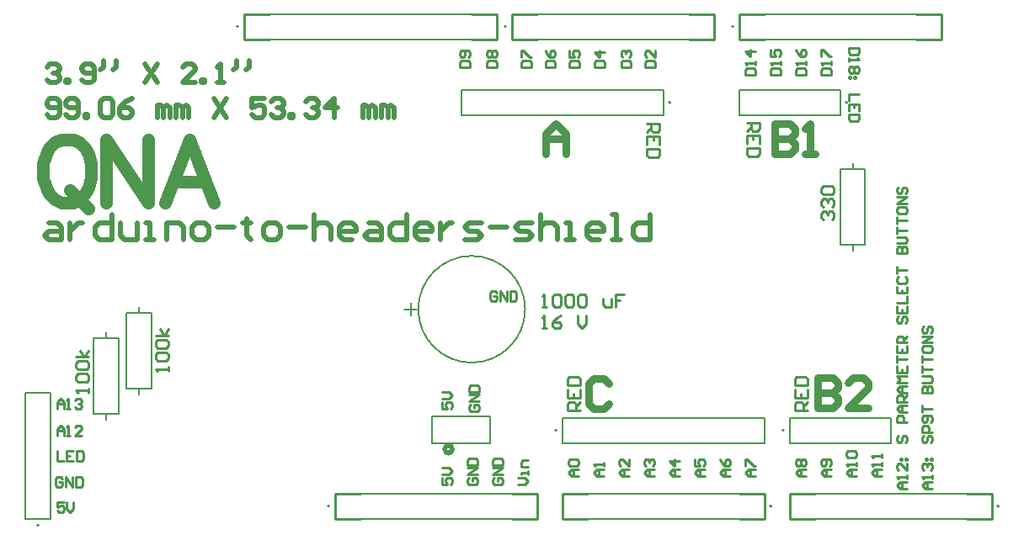
<source format=gbr>
%TF.GenerationSoftware,Altium Limited,Altium Designer,24.1.2 (44)*%
G04 Layer_Color=65535*
%FSLAX45Y45*%
%MOMM*%
%TF.SameCoordinates,7D1D8A4D-2C7A-4F71-9711-01752012572A*%
%TF.FilePolarity,Positive*%
%TF.FileFunction,Legend,Top*%
%TF.Part,Single*%
G01*
G75*
%TA.AperFunction,NonConductor*%
%ADD19C,0.15240*%
%ADD20C,0.20000*%
%ADD21C,0.50800*%
%ADD22C,0.25400*%
%ADD23C,0.76200*%
%ADD24C,1.27000*%
D19*
X5087810Y2235200D02*
G03*
X5087810Y2235200I-537210J0D01*
G01*
X3937190Y2171700D02*
Y2298700D01*
X3873690Y2235200D02*
X4000690D01*
X4152900Y889000D02*
X4737100D01*
Y1155700D01*
X4152900D02*
X4737100D01*
X4152900Y889000D02*
Y1155700D01*
D20*
X200500Y62000D02*
G03*
X200500Y62000I-10000J0D01*
G01*
X9854000Y254000D02*
G03*
X9854000Y254000I-10000J0D01*
G01*
X7184000Y5080000D02*
G03*
X7184000Y5080000I-10000J0D01*
G01*
X7568000Y254000D02*
G03*
X7568000Y254000I-10000J0D01*
G01*
X8330000Y4318000D02*
G03*
X8330000Y4318000I-10000J0D01*
G01*
X7692000Y1016000D02*
G03*
X7692000Y1016000I-10000J0D01*
G01*
X5406000D02*
G03*
X5406000Y1016000I-10000J0D01*
G01*
X6552000Y4318000D02*
G03*
X6552000Y4318000I-10000J0D01*
G01*
X3120000Y254000D02*
G03*
X3120000Y254000I-10000J0D01*
G01*
X4898000Y5080000D02*
G03*
X4898000Y5080000I-10000J0D01*
G01*
X2205600D02*
G03*
X2205600Y5080000I-10000J0D01*
G01*
X317500Y127000D02*
Y1397000D01*
X63500Y127000D02*
Y1397000D01*
X317500D01*
X63500Y127000D02*
X317500D01*
X7747000Y381000D02*
X9779000D01*
X7747000Y127000D02*
X9779000D01*
X7747000D02*
Y381000D01*
X9779000Y127000D02*
Y381000D01*
X7239000Y4953000D02*
X9271000D01*
X7239000Y5207000D02*
X9271000D01*
Y4953000D02*
Y5207000D01*
X7239000Y4953000D02*
Y5207000D01*
X5461000Y381000D02*
X7493000D01*
X5461000Y127000D02*
X7493000D01*
X5461000D02*
Y381000D01*
X7493000Y127000D02*
Y381000D01*
X1206500Y2197100D02*
Y2258600D01*
Y1373600D02*
Y1435100D01*
X1081500D02*
X1331500D01*
Y2197100D01*
X1081500D02*
X1331500D01*
X1081500Y1435100D02*
Y2197100D01*
X8255000Y4191000D02*
Y4445000D01*
X7239000Y4191000D02*
Y4445000D01*
Y4191000D02*
X8255000D01*
X7239000Y4445000D02*
X8255000D01*
X7747000Y889000D02*
Y1143000D01*
X8763000Y889000D02*
Y1143000D01*
X7747000D02*
X8763000D01*
X7747000Y889000D02*
X8763000D01*
X5461000D02*
X7493000D01*
X5461000Y1143000D02*
X7493000D01*
Y889000D02*
Y1143000D01*
X5461000Y889000D02*
Y1143000D01*
X4445000Y4445000D02*
X6477000D01*
X4445000Y4191000D02*
X6477000D01*
X4445000D02*
Y4445000D01*
X6477000Y4191000D02*
Y4445000D01*
X3175000Y127000D02*
X5207000D01*
X3175000Y381000D02*
X5207000D01*
Y127000D02*
Y381000D01*
X3175000Y127000D02*
Y381000D01*
X751300Y1181100D02*
Y1943100D01*
X1001300D01*
Y1181100D02*
Y1943100D01*
X751300Y1181100D02*
X1001300D01*
X876300Y1119600D02*
Y1181100D01*
Y1943100D02*
Y2004600D01*
X8257000Y2882900D02*
Y3644900D01*
X8507000D01*
Y2882900D02*
Y3644900D01*
X8257000Y2882900D02*
X8507000D01*
X8382000Y2821400D02*
Y2882900D01*
Y3644900D02*
Y3706400D01*
X4953000Y4953000D02*
Y5207000D01*
X6985000Y4953000D02*
Y5207000D01*
X4953000D02*
X6985000D01*
X4953000Y4953000D02*
X6985000D01*
X2260600D02*
X4800600D01*
X2260600Y5207000D02*
X4800600D01*
Y4953000D02*
Y5207000D01*
X2260600Y4953000D02*
Y5207000D01*
D21*
X4356100Y825500D02*
G03*
X4356100Y825500I-38100J0D01*
G01*
X296320Y3102979D02*
X380959D01*
X423279Y3060659D01*
Y2933700D01*
X296320D01*
X254000Y2976020D01*
X296320Y3018339D01*
X423279D01*
X507918Y3102979D02*
Y2933700D01*
Y3018339D01*
X550238Y3060659D01*
X592557Y3102979D01*
X634877D01*
X931114Y3187618D02*
Y2933700D01*
X804156D01*
X761836Y2976020D01*
Y3060659D01*
X804156Y3102979D01*
X931114D01*
X1015754D02*
Y2976020D01*
X1058074Y2933700D01*
X1185032D01*
Y3102979D01*
X1269672Y2933700D02*
X1354311D01*
X1311992D01*
Y3102979D01*
X1269672D01*
X1481270Y2933700D02*
Y3102979D01*
X1608229D01*
X1650549Y3060659D01*
Y2933700D01*
X1777508D02*
X1862147D01*
X1904467Y2976020D01*
Y3060659D01*
X1862147Y3102979D01*
X1777508D01*
X1735188Y3060659D01*
Y2976020D01*
X1777508Y2933700D01*
X1989106Y3060659D02*
X2158385D01*
X2285344Y3145298D02*
Y3102979D01*
X2243024D01*
X2327663D01*
X2285344D01*
Y2976020D01*
X2327663Y2933700D01*
X2496942D02*
X2581581D01*
X2623901Y2976020D01*
Y3060659D01*
X2581581Y3102979D01*
X2496942D01*
X2454622Y3060659D01*
Y2976020D01*
X2496942Y2933700D01*
X2708540Y3060659D02*
X2877819D01*
X2962458Y3187618D02*
Y2933700D01*
Y3060659D01*
X3004778Y3102979D01*
X3089417D01*
X3131737Y3060659D01*
Y2933700D01*
X3343335D02*
X3258696D01*
X3216376Y2976020D01*
Y3060659D01*
X3258696Y3102979D01*
X3343335D01*
X3385655Y3060659D01*
Y3018339D01*
X3216376D01*
X3512614Y3102979D02*
X3597253D01*
X3639573Y3060659D01*
Y2933700D01*
X3512614D01*
X3470294Y2976020D01*
X3512614Y3018339D01*
X3639573D01*
X3893491Y3187618D02*
Y2933700D01*
X3766532D01*
X3724212Y2976020D01*
Y3060659D01*
X3766532Y3102979D01*
X3893491D01*
X4105089Y2933700D02*
X4020450D01*
X3978130Y2976020D01*
Y3060659D01*
X4020450Y3102979D01*
X4105089D01*
X4147409Y3060659D01*
Y3018339D01*
X3978130D01*
X4232048Y3102979D02*
Y2933700D01*
Y3018339D01*
X4274368Y3060659D01*
X4316687Y3102979D01*
X4359007D01*
X4485966Y2933700D02*
X4612925D01*
X4655244Y2976020D01*
X4612925Y3018339D01*
X4528286D01*
X4485966Y3060659D01*
X4528286Y3102979D01*
X4655244D01*
X4739884Y3060659D02*
X4909162D01*
X4993802Y2933700D02*
X5120761D01*
X5163080Y2976020D01*
X5120761Y3018339D01*
X5036121D01*
X4993802Y3060659D01*
X5036121Y3102979D01*
X5163080D01*
X5247720Y3187618D02*
Y2933700D01*
Y3060659D01*
X5290039Y3102979D01*
X5374679D01*
X5416998Y3060659D01*
Y2933700D01*
X5501638D02*
X5586277D01*
X5543957D01*
Y3102979D01*
X5501638D01*
X5840195Y2933700D02*
X5755556D01*
X5713236Y2976020D01*
Y3060659D01*
X5755556Y3102979D01*
X5840195D01*
X5882515Y3060659D01*
Y3018339D01*
X5713236D01*
X5967154Y2933700D02*
X6051793D01*
X6009474D01*
Y3187618D01*
X5967154D01*
X6348031D02*
Y2933700D01*
X6221072D01*
X6178752Y2976020D01*
Y3060659D01*
X6221072Y3102979D01*
X6348031D01*
X279400Y4674745D02*
X311140Y4706485D01*
X374619D01*
X406359Y4674745D01*
Y4643005D01*
X374619Y4611266D01*
X342879D01*
X374619D01*
X406359Y4579526D01*
Y4547786D01*
X374619Y4516046D01*
X311140D01*
X279400Y4547786D01*
X469839Y4516046D02*
Y4547786D01*
X501578D01*
Y4516046D01*
X469839D01*
X628537Y4547786D02*
X660277Y4516046D01*
X723756D01*
X755496Y4547786D01*
Y4674745D01*
X723756Y4706485D01*
X660277D01*
X628537Y4674745D01*
Y4643005D01*
X660277Y4611266D01*
X755496D01*
X850716Y4738224D02*
Y4674745D01*
X818976Y4643005D01*
X977674Y4738224D02*
Y4674745D01*
X945935Y4643005D01*
X1263332Y4706485D02*
X1390291Y4516046D01*
Y4706485D02*
X1263332Y4516046D01*
X1771168D02*
X1644209D01*
X1771168Y4643005D01*
Y4674745D01*
X1739428Y4706485D01*
X1675949D01*
X1644209Y4674745D01*
X1834648Y4516046D02*
Y4547786D01*
X1866387D01*
Y4516046D01*
X1834648D01*
X1993346D02*
X2056826D01*
X2025086D01*
Y4706485D01*
X1993346Y4674745D01*
X2183785Y4738224D02*
Y4674745D01*
X2152045Y4643005D01*
X2310744Y4738224D02*
Y4674745D01*
X2279004Y4643005D01*
X279400Y4197340D02*
X311140Y4165600D01*
X374619D01*
X406359Y4197340D01*
Y4324299D01*
X374619Y4356039D01*
X311140D01*
X279400Y4324299D01*
Y4292559D01*
X311140Y4260819D01*
X406359D01*
X469839Y4197340D02*
X501578Y4165600D01*
X565058D01*
X596797Y4197340D01*
Y4324299D01*
X565058Y4356039D01*
X501578D01*
X469839Y4324299D01*
Y4292559D01*
X501578Y4260819D01*
X596797D01*
X660277Y4165600D02*
Y4197340D01*
X692017D01*
Y4165600D01*
X660277D01*
X818976Y4324299D02*
X850716Y4356039D01*
X914195D01*
X945935Y4324299D01*
Y4197340D01*
X914195Y4165600D01*
X850716D01*
X818976Y4197340D01*
Y4324299D01*
X1136373Y4356039D02*
X1072894Y4324299D01*
X1009414Y4260819D01*
Y4197340D01*
X1041154Y4165600D01*
X1104634D01*
X1136373Y4197340D01*
Y4229079D01*
X1104634Y4260819D01*
X1009414D01*
X1390291Y4165600D02*
Y4292559D01*
X1422031D01*
X1453771Y4260819D01*
Y4165600D01*
Y4260819D01*
X1485511Y4292559D01*
X1517250Y4260819D01*
Y4165600D01*
X1580730D02*
Y4292559D01*
X1612470D01*
X1644209Y4260819D01*
Y4165600D01*
Y4260819D01*
X1675949Y4292559D01*
X1707689Y4260819D01*
Y4165600D01*
X1961607Y4356039D02*
X2088566Y4165600D01*
Y4356039D02*
X1961607Y4165600D01*
X2469443Y4356039D02*
X2342484D01*
Y4260819D01*
X2405963Y4292559D01*
X2437703D01*
X2469443Y4260819D01*
Y4197340D01*
X2437703Y4165600D01*
X2374224D01*
X2342484Y4197340D01*
X2532923Y4324299D02*
X2564662Y4356039D01*
X2628142D01*
X2659881Y4324299D01*
Y4292559D01*
X2628142Y4260819D01*
X2596402D01*
X2628142D01*
X2659881Y4229079D01*
Y4197340D01*
X2628142Y4165600D01*
X2564662D01*
X2532923Y4197340D01*
X2723361Y4165600D02*
Y4197340D01*
X2755101D01*
Y4165600D01*
X2723361D01*
X2882060Y4324299D02*
X2913800Y4356039D01*
X2977279D01*
X3009019Y4324299D01*
Y4292559D01*
X2977279Y4260819D01*
X2945539D01*
X2977279D01*
X3009019Y4229079D01*
Y4197340D01*
X2977279Y4165600D01*
X2913800D01*
X2882060Y4197340D01*
X3167718Y4165600D02*
Y4356039D01*
X3072498Y4260819D01*
X3199457D01*
X3453375Y4165600D02*
Y4292559D01*
X3485115D01*
X3516855Y4260819D01*
Y4165600D01*
Y4260819D01*
X3548595Y4292559D01*
X3580334Y4260819D01*
Y4165600D01*
X3643814D02*
Y4292559D01*
X3675554D01*
X3707293Y4260819D01*
Y4165600D01*
Y4260819D01*
X3739033Y4292559D01*
X3770773Y4260819D01*
Y4165600D01*
D22*
X9017000Y4953000D02*
X9271000D01*
X9017000Y5207000D02*
X9271000D01*
X7239000D02*
X7493000D01*
X7239000Y4953000D02*
X7493000D01*
X2260600Y5207000D02*
X2514600D01*
X2260600Y4953000D02*
X2514600D01*
X4546600D02*
X4800600D01*
X4546600Y5207000D02*
X4800600D01*
X6731000Y4953000D02*
X6985000D01*
X6731000Y5207000D02*
X6985000D01*
X4953000Y4953000D02*
X5207000D01*
X4953000Y5207000D02*
X5207000D01*
X4953000Y127000D02*
X5207000D01*
X4953000Y381000D02*
X5207000D01*
X3175000D02*
X3429000D01*
X3175000Y127000D02*
X3429000D01*
X9525000D02*
X9779000D01*
X9525000Y381000D02*
X9779000D01*
X7747000Y127000D02*
X8001000D01*
X7747000Y381000D02*
X8001000D01*
X5461000Y127000D02*
X5715000D01*
X5461000Y381000D02*
X5715000D01*
X7239000Y127000D02*
X7493000D01*
X7239000Y381000D02*
X7493000D01*
X9779000Y127000D02*
Y381000D01*
X7747000Y127000D02*
Y381000D01*
X9271000Y4953000D02*
Y5207000D01*
X7239000Y4953000D02*
Y5207000D01*
X6985000Y4953000D02*
Y5207000D01*
X4953000Y4953000D02*
Y5207000D01*
X4800600Y4953000D02*
Y5207000D01*
X2260600Y4953000D02*
Y5207000D01*
X3175000Y127000D02*
Y381000D01*
X5207000Y127000D02*
Y381000D01*
X7493000Y127000D02*
Y381000D01*
X5461000Y127000D02*
Y381000D01*
X7924800Y1219200D02*
X7797841D01*
Y1282679D01*
X7819001Y1303839D01*
X7861321D01*
X7882480Y1282679D01*
Y1219200D01*
Y1261520D02*
X7924800Y1303839D01*
X7797841Y1430798D02*
Y1346159D01*
X7924800D01*
Y1430798D01*
X7861321Y1346159D02*
Y1388479D01*
X7797841Y1473118D02*
X7924800D01*
Y1536597D01*
X7903640Y1557757D01*
X7819001D01*
X7797841Y1536597D01*
Y1473118D01*
X6642100Y558800D02*
X6575455D01*
X6542132Y592123D01*
X6575455Y625445D01*
X6642100D01*
X6592116D01*
Y558800D01*
X6642100Y708752D02*
X6542132D01*
X6592116Y658768D01*
Y725413D01*
X4802107Y2400806D02*
X4785446Y2417468D01*
X4752123D01*
X4735462Y2400806D01*
Y2334161D01*
X4752123Y2317500D01*
X4785446D01*
X4802107Y2334161D01*
Y2367484D01*
X4768784D01*
X4835429Y2317500D02*
Y2417468D01*
X4902075Y2317500D01*
Y2417468D01*
X4935397D02*
Y2317500D01*
X4985381D01*
X5002042Y2334161D01*
Y2400806D01*
X4985381Y2417468D01*
X4935397D01*
X8674099Y558801D02*
X8607454D01*
X8574132Y592123D01*
X8607454Y625446D01*
X8674099D01*
X8624116D01*
Y558801D01*
X8674099Y658768D02*
Y692091D01*
Y675430D01*
X8574132D01*
X8590793Y658768D01*
X8674099Y742075D02*
Y775397D01*
Y758736D01*
X8574132D01*
X8590793Y742075D01*
X9182100Y431800D02*
X9115455D01*
X9082132Y465123D01*
X9115455Y498445D01*
X9182100D01*
X9132116D01*
Y431800D01*
X9182100Y531768D02*
Y565090D01*
Y548429D01*
X9082132D01*
X9098794Y531768D01*
Y615074D02*
X9082132Y631736D01*
Y665058D01*
X9098794Y681719D01*
X9115455D01*
X9132116Y665058D01*
Y648397D01*
Y665058D01*
X9148777Y681719D01*
X9165439D01*
X9182100Y665058D01*
Y631736D01*
X9165439Y615074D01*
X9115455Y715042D02*
Y731703D01*
X9132116D01*
Y715042D01*
X9115455D01*
X9165439D02*
Y731703D01*
X9182100D01*
Y715042D01*
X9165439D01*
X9098794Y964961D02*
X9082132Y948300D01*
Y914978D01*
X9098794Y898316D01*
X9115455D01*
X9132116Y914978D01*
Y948300D01*
X9148777Y964961D01*
X9165439D01*
X9182100Y948300D01*
Y914978D01*
X9165439Y898316D01*
X9182100Y998284D02*
X9082132D01*
Y1048268D01*
X9098794Y1064929D01*
X9132116D01*
X9148777Y1048268D01*
Y998284D01*
X9165439Y1098252D02*
X9182100Y1114913D01*
Y1148236D01*
X9165439Y1164897D01*
X9098794D01*
X9082132Y1148236D01*
Y1114913D01*
X9098794Y1098252D01*
X9115455D01*
X9132116Y1114913D01*
Y1164897D01*
X9082132Y1198220D02*
Y1264865D01*
Y1231542D01*
X9182100D01*
X9082132Y1398155D02*
X9182100D01*
Y1448139D01*
X9165439Y1464800D01*
X9148777D01*
X9132116Y1448139D01*
Y1398155D01*
Y1448139D01*
X9115455Y1464800D01*
X9098794D01*
X9082132Y1448139D01*
Y1398155D01*
Y1498123D02*
X9165439D01*
X9182100Y1514784D01*
Y1548107D01*
X9165439Y1564768D01*
X9082132D01*
Y1598091D02*
Y1664736D01*
Y1631413D01*
X9182100D01*
X9082132Y1698059D02*
Y1764704D01*
Y1731381D01*
X9182100D01*
X9082132Y1848010D02*
Y1814688D01*
X9098794Y1798026D01*
X9165439D01*
X9182100Y1814688D01*
Y1848010D01*
X9165439Y1864671D01*
X9098794D01*
X9082132Y1848010D01*
X9182100Y1897994D02*
X9082132D01*
X9182100Y1964639D01*
X9082132D01*
X9098794Y2064607D02*
X9082132Y2047946D01*
Y2014623D01*
X9098794Y1997962D01*
X9115455D01*
X9132116Y2014623D01*
Y2047946D01*
X9148777Y2064607D01*
X9165439D01*
X9182100Y2047946D01*
Y2014623D01*
X9165439Y1997962D01*
X381000Y965200D02*
Y1031845D01*
X414323Y1065168D01*
X447645Y1031845D01*
Y965200D01*
Y1015184D01*
X381000D01*
X480968Y965200D02*
X514290D01*
X497629D01*
Y1065168D01*
X480968Y1048506D01*
X630919Y965200D02*
X564274D01*
X630919Y1031845D01*
Y1048506D01*
X614258Y1065168D01*
X580936D01*
X564274Y1048506D01*
X5531878Y4671582D02*
X5631845D01*
Y4721566D01*
X5615184Y4738227D01*
X5548539D01*
X5531878Y4721566D01*
Y4671582D01*
Y4838195D02*
Y4771550D01*
X5581862D01*
X5565200Y4804872D01*
Y4821533D01*
X5581862Y4838195D01*
X5615184D01*
X5631845Y4821533D01*
Y4788211D01*
X5615184Y4771550D01*
X5018132Y469900D02*
X5084777D01*
X5118100Y503223D01*
X5084777Y536545D01*
X5018132D01*
X5118100Y569868D02*
Y603190D01*
Y586529D01*
X5051455D01*
Y569868D01*
X5118100Y653174D02*
X5051455D01*
Y703158D01*
X5068116Y719819D01*
X5118100D01*
X381000Y811168D02*
Y711200D01*
X447645D01*
X547613Y811168D02*
X480968D01*
Y711200D01*
X547613D01*
X480968Y761184D02*
X514290D01*
X580936Y811168D02*
Y711200D01*
X630919D01*
X647581Y727861D01*
Y794506D01*
X630919Y811168D01*
X580936D01*
X5785878Y4671582D02*
X5885845D01*
Y4721566D01*
X5869184Y4738227D01*
X5802539D01*
X5785878Y4721566D01*
Y4671582D01*
X5885845Y4821533D02*
X5785878D01*
X5835862Y4771550D01*
Y4838195D01*
X5880100Y558800D02*
X5813455D01*
X5780132Y592123D01*
X5813455Y625445D01*
X5880100D01*
X5830116D01*
Y558800D01*
X5880100Y658768D02*
Y692090D01*
Y675429D01*
X5780132D01*
X5796794Y658768D01*
X4526794Y536545D02*
X4510132Y519884D01*
Y486561D01*
X4526794Y469900D01*
X4593439D01*
X4610100Y486561D01*
Y519884D01*
X4593439Y536545D01*
X4560116D01*
Y503223D01*
X4610100Y569868D02*
X4510132D01*
X4610100Y636513D01*
X4510132D01*
Y669836D02*
X4610100D01*
Y719819D01*
X4593439Y736481D01*
X4526794D01*
X4510132Y719819D01*
Y669836D01*
X4256132Y536545D02*
Y469900D01*
X4306116D01*
X4289455Y503223D01*
Y519884D01*
X4306116Y536545D01*
X4339439D01*
X4356100Y519884D01*
Y486561D01*
X4339439Y469900D01*
X4256132Y569868D02*
X4322777D01*
X4356100Y603190D01*
X4322777Y636513D01*
X4256132D01*
X6388100Y558800D02*
X6321455D01*
X6288132Y592123D01*
X6321455Y625445D01*
X6388100D01*
X6338116D01*
Y558800D01*
X6304794Y658768D02*
X6288132Y675429D01*
Y708752D01*
X6304794Y725413D01*
X6321455D01*
X6338116Y708752D01*
Y692090D01*
Y708752D01*
X6354777Y725413D01*
X6371439D01*
X6388100Y708752D01*
Y675429D01*
X6371439Y658768D01*
X4433932Y4673600D02*
X4533900D01*
Y4723584D01*
X4517239Y4740245D01*
X4450594D01*
X4433932Y4723584D01*
Y4673600D01*
X4517239Y4773568D02*
X4533900Y4790229D01*
Y4823552D01*
X4517239Y4840213D01*
X4450594D01*
X4433932Y4823552D01*
Y4790229D01*
X4450594Y4773568D01*
X4467255D01*
X4483916Y4790229D01*
Y4840213D01*
X4256132Y1298545D02*
Y1231900D01*
X4306116D01*
X4289455Y1265223D01*
Y1281884D01*
X4306116Y1298545D01*
X4339439D01*
X4356100Y1281884D01*
Y1248561D01*
X4339439Y1231900D01*
X4256132Y1331868D02*
X4322777D01*
X4356100Y1365190D01*
X4322777Y1398513D01*
X4256132D01*
X5290578Y4671582D02*
X5390545D01*
Y4721566D01*
X5373884Y4738227D01*
X5307239D01*
X5290578Y4721566D01*
Y4671582D01*
Y4838195D02*
X5307239Y4804872D01*
X5340562Y4771550D01*
X5373884D01*
X5390545Y4788211D01*
Y4821533D01*
X5373884Y4838195D01*
X5357223D01*
X5340562Y4821533D01*
Y4771550D01*
X8066132Y4597400D02*
X8166100D01*
Y4647384D01*
X8149439Y4664045D01*
X8082794D01*
X8066132Y4647384D01*
Y4597400D01*
X8166100Y4697368D02*
Y4730690D01*
Y4714029D01*
X8066132D01*
X8082794Y4697368D01*
X8066132Y4780674D02*
Y4847319D01*
X8082794D01*
X8149439Y4780674D01*
X8166100D01*
X6134100Y558800D02*
X6067455D01*
X6034132Y592123D01*
X6067455Y625445D01*
X6134100D01*
X6084116D01*
Y558800D01*
X6134100Y725413D02*
Y658768D01*
X6067455Y725413D01*
X6050794D01*
X6034132Y708752D01*
Y675429D01*
X6050794Y658768D01*
X7315200Y4114800D02*
X7442159D01*
Y4051321D01*
X7420999Y4030161D01*
X7378679D01*
X7357520Y4051321D01*
Y4114800D01*
Y4072480D02*
X7315200Y4030161D01*
X7442159Y3903202D02*
Y3987841D01*
X7315200D01*
Y3903202D01*
X7378679Y3987841D02*
Y3945521D01*
X7442159Y3860882D02*
X7315200D01*
Y3797403D01*
X7336360Y3776243D01*
X7420999D01*
X7442159Y3797403D01*
Y3860882D01*
X8928100Y431800D02*
X8861455D01*
X8828132Y465123D01*
X8861455Y498445D01*
X8928100D01*
X8878116D01*
Y431800D01*
X8928100Y531768D02*
Y565090D01*
Y548429D01*
X8828132D01*
X8844794Y531768D01*
X8928100Y681719D02*
Y615074D01*
X8861455Y681719D01*
X8844794D01*
X8828132Y665058D01*
Y631736D01*
X8844794Y615074D01*
X8861455Y715042D02*
Y731703D01*
X8878116D01*
Y715042D01*
X8861455D01*
X8911439D02*
Y731703D01*
X8928100D01*
Y715042D01*
X8911439D01*
X8844794Y964961D02*
X8828132Y948300D01*
Y914978D01*
X8844794Y898316D01*
X8861455D01*
X8878116Y914978D01*
Y948300D01*
X8894777Y964961D01*
X8911439D01*
X8928100Y948300D01*
Y914978D01*
X8911439Y898316D01*
X8928100Y1098252D02*
X8828132D01*
Y1148236D01*
X8844794Y1164897D01*
X8878116D01*
X8894777Y1148236D01*
Y1098252D01*
X8928100Y1198220D02*
X8861455D01*
X8828132Y1231542D01*
X8861455Y1264865D01*
X8928100D01*
X8878116D01*
Y1198220D01*
X8928100Y1298187D02*
X8828132D01*
Y1348171D01*
X8844794Y1364832D01*
X8878116D01*
X8894777Y1348171D01*
Y1298187D01*
Y1331510D02*
X8928100Y1364832D01*
Y1398155D02*
X8861455D01*
X8828132Y1431478D01*
X8861455Y1464800D01*
X8928100D01*
X8878116D01*
Y1398155D01*
X8928100Y1498123D02*
X8828132D01*
X8861455Y1531446D01*
X8828132Y1564768D01*
X8928100D01*
X8828132Y1664736D02*
Y1598091D01*
X8928100D01*
Y1664736D01*
X8878116Y1598091D02*
Y1631413D01*
X8828132Y1698059D02*
Y1764704D01*
Y1731381D01*
X8928100D01*
X8828132Y1864671D02*
Y1798026D01*
X8928100D01*
Y1864671D01*
X8878116Y1798026D02*
Y1831349D01*
X8928100Y1897994D02*
X8828132D01*
Y1947978D01*
X8844794Y1964639D01*
X8878116D01*
X8894777Y1947978D01*
Y1897994D01*
Y1931317D02*
X8928100Y1964639D01*
X8844794Y2164575D02*
X8828132Y2147914D01*
Y2114591D01*
X8844794Y2097930D01*
X8861455D01*
X8878116Y2114591D01*
Y2147914D01*
X8894777Y2164575D01*
X8911439D01*
X8928100Y2147914D01*
Y2114591D01*
X8911439Y2097930D01*
X8828132Y2264543D02*
Y2197898D01*
X8928100D01*
Y2264543D01*
X8878116Y2197898D02*
Y2231220D01*
X8828132Y2297865D02*
X8928100D01*
Y2364510D01*
X8828132Y2464478D02*
Y2397833D01*
X8928100D01*
Y2464478D01*
X8878116Y2397833D02*
Y2431156D01*
X8844794Y2564446D02*
X8828132Y2547785D01*
Y2514462D01*
X8844794Y2497801D01*
X8911439D01*
X8928100Y2514462D01*
Y2547785D01*
X8911439Y2564446D01*
X8828132Y2597769D02*
Y2664414D01*
Y2631091D01*
X8928100D01*
X8828132Y2797704D02*
X8928100D01*
Y2847688D01*
X8911439Y2864349D01*
X8894777D01*
X8878116Y2847688D01*
Y2797704D01*
Y2847688D01*
X8861455Y2864349D01*
X8844794D01*
X8828132Y2847688D01*
Y2797704D01*
Y2897672D02*
X8911439D01*
X8928100Y2914334D01*
Y2947656D01*
X8911439Y2964317D01*
X8828132D01*
Y2997640D02*
Y3064285D01*
Y3030962D01*
X8928100D01*
X8828132Y3097608D02*
Y3164253D01*
Y3130930D01*
X8928100D01*
X8828132Y3247559D02*
Y3214237D01*
X8844794Y3197576D01*
X8911439D01*
X8928100Y3214237D01*
Y3247559D01*
X8911439Y3264221D01*
X8844794D01*
X8828132Y3247559D01*
X8928100Y3297543D02*
X8828132D01*
X8928100Y3364188D01*
X8828132D01*
X8844794Y3464156D02*
X8828132Y3447495D01*
Y3414172D01*
X8844794Y3397511D01*
X8861455D01*
X8878116Y3414172D01*
Y3447495D01*
X8894777Y3464156D01*
X8911439D01*
X8928100Y3447495D01*
Y3414172D01*
X8911439Y3397511D01*
X381000Y1231900D02*
Y1298545D01*
X414323Y1331868D01*
X447645Y1298545D01*
Y1231900D01*
Y1281884D01*
X381000D01*
X480968Y1231900D02*
X514290D01*
X497629D01*
Y1331868D01*
X480968Y1315206D01*
X564274D02*
X580936Y1331868D01*
X614258D01*
X630919Y1315206D01*
Y1298545D01*
X614258Y1281884D01*
X597597D01*
X614258D01*
X630919Y1265223D01*
Y1248561D01*
X614258Y1231900D01*
X580936D01*
X564274Y1248561D01*
X7912100Y558800D02*
X7845455D01*
X7812132Y592123D01*
X7845455Y625445D01*
X7912100D01*
X7862116D01*
Y558800D01*
X7828794Y658768D02*
X7812132Y675429D01*
Y708752D01*
X7828794Y725413D01*
X7845455D01*
X7862116Y708752D01*
X7878777Y725413D01*
X7895439D01*
X7912100Y708752D01*
Y675429D01*
X7895439Y658768D01*
X7878777D01*
X7862116Y675429D01*
X7845455Y658768D01*
X7828794D01*
X7862116Y675429D02*
Y708752D01*
X8443868Y4864100D02*
X8343900D01*
Y4814116D01*
X8360561Y4797455D01*
X8427206D01*
X8443868Y4814116D01*
Y4864100D01*
X8343900Y4764132D02*
Y4730810D01*
Y4747471D01*
X8443868D01*
X8427206Y4764132D01*
Y4680826D02*
X8443868Y4664164D01*
Y4630842D01*
X8427206Y4614181D01*
X8410545D01*
X8393884Y4630842D01*
X8377223Y4614181D01*
X8360561D01*
X8343900Y4630842D01*
Y4664164D01*
X8360561Y4680826D01*
X8377223D01*
X8393884Y4664164D01*
X8410545Y4680826D01*
X8427206D01*
X8393884Y4664164D02*
Y4630842D01*
X8410545Y4580858D02*
Y4564197D01*
X8393884D01*
Y4580858D01*
X8410545D01*
X8360561D02*
Y4564197D01*
X8343900D01*
Y4580858D01*
X8360561D01*
X8443868Y4397584D02*
X8343900D01*
Y4330939D01*
X8443868Y4230971D02*
Y4297616D01*
X8343900D01*
Y4230971D01*
X8393884Y4297616D02*
Y4264293D01*
X8443868Y4197648D02*
X8343900D01*
Y4147664D01*
X8360561Y4131003D01*
X8427206D01*
X8443868Y4147664D01*
Y4197648D01*
X7150100Y558800D02*
X7083455D01*
X7050132Y592123D01*
X7083455Y625445D01*
X7150100D01*
X7100116D01*
Y558800D01*
X7050132Y725413D02*
X7066794Y692090D01*
X7100116Y658768D01*
X7133439D01*
X7150100Y675429D01*
Y708752D01*
X7133439Y725413D01*
X7116777D01*
X7100116Y708752D01*
Y658768D01*
X6293878Y4671582D02*
X6393845D01*
Y4721566D01*
X6377184Y4738227D01*
X6310539D01*
X6293878Y4721566D01*
Y4671582D01*
X6393845Y4838195D02*
Y4771550D01*
X6327200Y4838195D01*
X6310539D01*
X6293878Y4821533D01*
Y4788211D01*
X6310539Y4771550D01*
X8420100Y558800D02*
X8353455D01*
X8320132Y592123D01*
X8353455Y625445D01*
X8420100D01*
X8370116D01*
Y558800D01*
X8420100Y658768D02*
Y692090D01*
Y675429D01*
X8320132D01*
X8336794Y658768D01*
Y742074D02*
X8320132Y758736D01*
Y792058D01*
X8336794Y808719D01*
X8403439D01*
X8420100Y792058D01*
Y758736D01*
X8403439Y742074D01*
X8336794D01*
X6896100Y558800D02*
X6829455D01*
X6796132Y592123D01*
X6829455Y625445D01*
X6896100D01*
X6846116D01*
Y558800D01*
X6796132Y725413D02*
Y658768D01*
X6846116D01*
X6829455Y692090D01*
Y708752D01*
X6846116Y725413D01*
X6879439D01*
X6896100Y708752D01*
Y675429D01*
X6879439Y658768D01*
X6311900Y4102100D02*
X6438859D01*
Y4038621D01*
X6417699Y4017461D01*
X6375379D01*
X6354220Y4038621D01*
Y4102100D01*
Y4059780D02*
X6311900Y4017461D01*
X6438859Y3890502D02*
Y3975141D01*
X6311900D01*
Y3890502D01*
X6375379Y3975141D02*
Y3932821D01*
X6438859Y3848182D02*
X6311900D01*
Y3784703D01*
X6333060Y3763543D01*
X6417699D01*
X6438859Y3784703D01*
Y3848182D01*
X4539494Y1273145D02*
X4522832Y1256484D01*
Y1223161D01*
X4539494Y1206500D01*
X4606139D01*
X4622800Y1223161D01*
Y1256484D01*
X4606139Y1273145D01*
X4572816D01*
Y1239823D01*
X4622800Y1306468D02*
X4522832D01*
X4622800Y1373113D01*
X4522832D01*
Y1406436D02*
X4622800D01*
Y1456419D01*
X4606139Y1473081D01*
X4539494D01*
X4522832Y1456419D01*
Y1406436D01*
X698499Y1397001D02*
Y1439320D01*
Y1418160D01*
X571541D01*
X592700Y1397001D01*
Y1502800D02*
X571541Y1523959D01*
Y1566279D01*
X592700Y1587439D01*
X677340D01*
X698499Y1566279D01*
Y1523959D01*
X677340Y1502800D01*
X592700D01*
Y1629758D02*
X571541Y1650918D01*
Y1693238D01*
X592700Y1714398D01*
X677340D01*
X698499Y1693238D01*
Y1650918D01*
X677340Y1629758D01*
X592700D01*
X698499Y1756717D02*
X571541D01*
X656180D02*
X613860Y1820197D01*
X656180Y1756717D02*
X698499Y1820197D01*
X5257800Y2258011D02*
X5300120D01*
X5278960D01*
Y2384970D01*
X5257800Y2363810D01*
X5363599D02*
X5384759Y2384970D01*
X5427079D01*
X5448239Y2363810D01*
Y2279170D01*
X5427079Y2258011D01*
X5384759D01*
X5363599Y2279170D01*
Y2363810D01*
X5490558D02*
X5511718Y2384970D01*
X5554037D01*
X5575197Y2363810D01*
Y2279170D01*
X5554037Y2258011D01*
X5511718D01*
X5490558Y2279170D01*
Y2363810D01*
X5617517D02*
X5638677Y2384970D01*
X5680996D01*
X5702156Y2363810D01*
Y2279170D01*
X5680996Y2258011D01*
X5638677D01*
X5617517Y2279170D01*
Y2363810D01*
X5871435Y2342650D02*
Y2279170D01*
X5892594Y2258011D01*
X5956074D01*
Y2342650D01*
X6083033Y2384970D02*
X5998393D01*
Y2321490D01*
X6040713D01*
X5998393D01*
Y2258011D01*
X5257800Y2044700D02*
X5300120D01*
X5278960D01*
Y2171659D01*
X5257800Y2150499D01*
X5448239Y2171659D02*
X5405919Y2150499D01*
X5363599Y2108179D01*
Y2065860D01*
X5384759Y2044700D01*
X5427079D01*
X5448239Y2065860D01*
Y2087020D01*
X5427079Y2108179D01*
X5363599D01*
X5617517Y2171659D02*
Y2087020D01*
X5659837Y2044700D01*
X5702156Y2087020D01*
Y2171659D01*
X447645Y290468D02*
X381000D01*
Y240484D01*
X414323Y257145D01*
X430984D01*
X447645Y240484D01*
Y207161D01*
X430984Y190500D01*
X397661D01*
X381000Y207161D01*
X480968Y290468D02*
Y223823D01*
X514290Y190500D01*
X547613Y223823D01*
Y290468D01*
X5638800Y1219200D02*
X5511841D01*
Y1282679D01*
X5533001Y1303839D01*
X5575321D01*
X5596480Y1282679D01*
Y1219200D01*
Y1261520D02*
X5638800Y1303839D01*
X5511841Y1430798D02*
Y1346159D01*
X5638800D01*
Y1430798D01*
X5575321Y1346159D02*
Y1388479D01*
X5511841Y1473118D02*
X5638800D01*
Y1536597D01*
X5617640Y1557757D01*
X5533001D01*
X5511841Y1536597D01*
Y1473118D01*
X4780794Y536545D02*
X4764132Y519884D01*
Y486561D01*
X4780794Y469900D01*
X4847439D01*
X4864100Y486561D01*
Y519884D01*
X4847439Y536545D01*
X4814116D01*
Y503223D01*
X4864100Y569868D02*
X4764132D01*
X4864100Y636513D01*
X4764132D01*
Y669836D02*
X4864100D01*
Y719819D01*
X4847439Y736481D01*
X4780794D01*
X4764132Y719819D01*
Y669836D01*
X5050499Y4671903D02*
X5150467D01*
Y4721887D01*
X5133805Y4738548D01*
X5067160D01*
X5050499Y4721887D01*
Y4671903D01*
Y4771871D02*
Y4838516D01*
X5067160D01*
X5133805Y4771871D01*
X5150467D01*
X434945Y527806D02*
X418284Y544468D01*
X384961D01*
X368300Y527806D01*
Y461161D01*
X384961Y444500D01*
X418284D01*
X434945Y461161D01*
Y494484D01*
X401623D01*
X468268Y444500D02*
Y544468D01*
X534913Y444500D01*
Y544468D01*
X568236D02*
Y444500D01*
X618219D01*
X634881Y461161D01*
Y527806D01*
X618219Y544468D01*
X568236D01*
X8085701Y3136900D02*
X8064541Y3158060D01*
Y3200379D01*
X8085701Y3221539D01*
X8106861D01*
X8128021Y3200379D01*
Y3179220D01*
Y3200379D01*
X8149180Y3221539D01*
X8170340D01*
X8191500Y3200379D01*
Y3158060D01*
X8170340Y3136900D01*
X8085701Y3263859D02*
X8064541Y3285019D01*
Y3327338D01*
X8085701Y3348498D01*
X8106861D01*
X8128021Y3327338D01*
Y3306179D01*
Y3327338D01*
X8149180Y3348498D01*
X8170340D01*
X8191500Y3327338D01*
Y3285019D01*
X8170340Y3263859D01*
X8085701Y3390818D02*
X8064541Y3411977D01*
Y3454297D01*
X8085701Y3475457D01*
X8170340D01*
X8191500Y3454297D01*
Y3411977D01*
X8170340Y3390818D01*
X8085701D01*
X7812132Y4597400D02*
X7912100D01*
Y4647384D01*
X7895439Y4664045D01*
X7828794D01*
X7812132Y4647384D01*
Y4597400D01*
X7912100Y4697368D02*
Y4730690D01*
Y4714029D01*
X7812132D01*
X7828794Y4697368D01*
X7812132Y4847319D02*
X7828794Y4813997D01*
X7862116Y4780674D01*
X7895439D01*
X7912100Y4797336D01*
Y4830658D01*
X7895439Y4847319D01*
X7878777D01*
X7862116Y4830658D01*
Y4780674D01*
X6052578Y4671582D02*
X6152545D01*
Y4721566D01*
X6135884Y4738227D01*
X6069239D01*
X6052578Y4721566D01*
Y4671582D01*
X6069239Y4771550D02*
X6052578Y4788211D01*
Y4821533D01*
X6069239Y4838195D01*
X6085900D01*
X6102562Y4821533D01*
Y4804872D01*
Y4821533D01*
X6119223Y4838195D01*
X6135884D01*
X6152545Y4821533D01*
Y4788211D01*
X6135884Y4771550D01*
X1498599Y1612901D02*
Y1655220D01*
Y1634060D01*
X1371641D01*
X1392800Y1612901D01*
Y1718700D02*
X1371641Y1739859D01*
Y1782179D01*
X1392800Y1803339D01*
X1477440D01*
X1498599Y1782179D01*
Y1739859D01*
X1477440Y1718700D01*
X1392800D01*
Y1845658D02*
X1371641Y1866818D01*
Y1909138D01*
X1392800Y1930298D01*
X1477440D01*
X1498599Y1909138D01*
Y1866818D01*
X1477440Y1845658D01*
X1392800D01*
X1498599Y1972617D02*
X1371641D01*
X1456280D02*
X1413960Y2036097D01*
X1456280Y1972617D02*
X1498599Y2036097D01*
X7558132Y4597400D02*
X7658100D01*
Y4647384D01*
X7641439Y4664045D01*
X7574794D01*
X7558132Y4647384D01*
Y4597400D01*
X7658100Y4697368D02*
Y4730690D01*
Y4714029D01*
X7558132D01*
X7574794Y4697368D01*
X7558132Y4847319D02*
Y4780674D01*
X7608116D01*
X7591455Y4813997D01*
Y4830658D01*
X7608116Y4847319D01*
X7641439D01*
X7658100Y4830658D01*
Y4797336D01*
X7641439Y4780674D01*
X7404100Y558800D02*
X7337455D01*
X7304132Y592123D01*
X7337455Y625445D01*
X7404100D01*
X7354116D01*
Y558800D01*
X7304132Y658768D02*
Y725413D01*
X7320794D01*
X7387439Y658768D01*
X7404100D01*
X8166100Y558800D02*
X8099455D01*
X8066132Y592123D01*
X8099455Y625445D01*
X8166100D01*
X8116116D01*
Y558800D01*
X8149439Y658768D02*
X8166100Y675429D01*
Y708752D01*
X8149439Y725413D01*
X8082794D01*
X8066132Y708752D01*
Y675429D01*
X8082794Y658768D01*
X8099455D01*
X8116116Y675429D01*
Y725413D01*
X4700632Y4673600D02*
X4800600D01*
Y4723584D01*
X4783939Y4740245D01*
X4717294D01*
X4700632Y4723584D01*
Y4673600D01*
X4717294Y4773568D02*
X4700632Y4790229D01*
Y4823552D01*
X4717294Y4840213D01*
X4733955D01*
X4750616Y4823552D01*
X4767277Y4840213D01*
X4783939D01*
X4800600Y4823552D01*
Y4790229D01*
X4783939Y4773568D01*
X4767277D01*
X4750616Y4790229D01*
X4733955Y4773568D01*
X4717294D01*
X4750616Y4790229D02*
Y4823552D01*
X7304132Y4597400D02*
X7404100D01*
Y4647384D01*
X7387439Y4664045D01*
X7320794D01*
X7304132Y4647384D01*
Y4597400D01*
X7404100Y4697368D02*
Y4730690D01*
Y4714029D01*
X7304132D01*
X7320794Y4697368D01*
X7404100Y4830658D02*
X7304132D01*
X7354116Y4780674D01*
Y4847319D01*
X5626100Y558800D02*
X5559455D01*
X5526132Y592123D01*
X5559455Y625445D01*
X5626100D01*
X5576116D01*
Y558800D01*
X5542794Y658768D02*
X5526132Y675429D01*
Y708752D01*
X5542794Y725413D01*
X5609439D01*
X5626100Y708752D01*
Y675429D01*
X5609439Y658768D01*
X5542794D01*
D23*
X8026400Y1549301D02*
Y1244600D01*
X8178751D01*
X8229534Y1295383D01*
Y1346167D01*
X8178751Y1396951D01*
X8026400D01*
X8178751D01*
X8229534Y1447734D01*
Y1498518D01*
X8178751Y1549301D01*
X8026400D01*
X8534236Y1244600D02*
X8331101D01*
X8534236Y1447734D01*
Y1498518D01*
X8483452Y1549301D01*
X8381885D01*
X8331101Y1498518D01*
X7594600Y4102001D02*
Y3797300D01*
X7746951D01*
X7797734Y3848083D01*
Y3898867D01*
X7746951Y3949651D01*
X7594600D01*
X7746951D01*
X7797734Y4000434D01*
Y4051218D01*
X7746951Y4102001D01*
X7594600D01*
X7899301Y3797300D02*
X8000869D01*
X7950085D01*
Y4102001D01*
X7899301Y4051218D01*
X5295900Y3797300D02*
Y4000434D01*
X5397467Y4102001D01*
X5499034Y4000434D01*
Y3797300D01*
Y3949651D01*
X5295900D01*
X5930834Y1485818D02*
X5880051Y1536601D01*
X5778483D01*
X5727700Y1485818D01*
Y1282683D01*
X5778483Y1231900D01*
X5880051D01*
X5930834Y1282683D01*
D24*
X422690Y3946527D02*
X362226Y3916295D01*
X301763Y3855832D01*
X271532Y3795369D01*
X241300Y3704674D01*
Y3553516D01*
X271532Y3462821D01*
X301763Y3402358D01*
X362226Y3341895D01*
X422690Y3311663D01*
X543616D01*
X604079Y3341895D01*
X664543Y3402358D01*
X694774Y3462821D01*
X725006Y3553516D01*
Y3704674D01*
X694774Y3795369D01*
X664543Y3855832D01*
X604079Y3916295D01*
X543616Y3946527D01*
X422690D01*
X513385Y3432590D02*
X694774Y3251200D01*
X873141Y3946527D02*
Y3311663D01*
Y3946527D02*
X1296383Y3311663D01*
Y3946527D02*
Y3311663D01*
X1955433D02*
X1713580Y3946527D01*
X1471727Y3311663D01*
X1562422Y3523285D02*
X1864738D01*
%TF.MD5,046c5651a2b16fcab26d64e21d559d87*%
M02*

</source>
